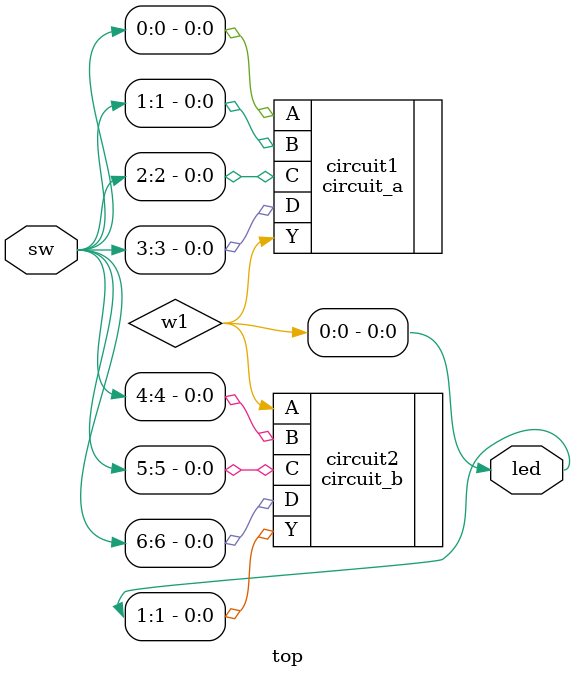
<source format=v>
module top( 
    input [6:0] sw,
    output [1:0] led
);
    wire w1;

circuit_a circuit1(
    .A(sw[0]),
    .B(sw[1]),
    .C(sw[2]),
    .D(sw[3]),
    .Y(w1)
);

circuit_b circuit2(
    .A(w1),
    .B(sw[4]),
    .C(sw[5]),
    .D(sw[6]),
    .Y(led[1])
);

assign led[0] = w1;


endmodule
</source>
